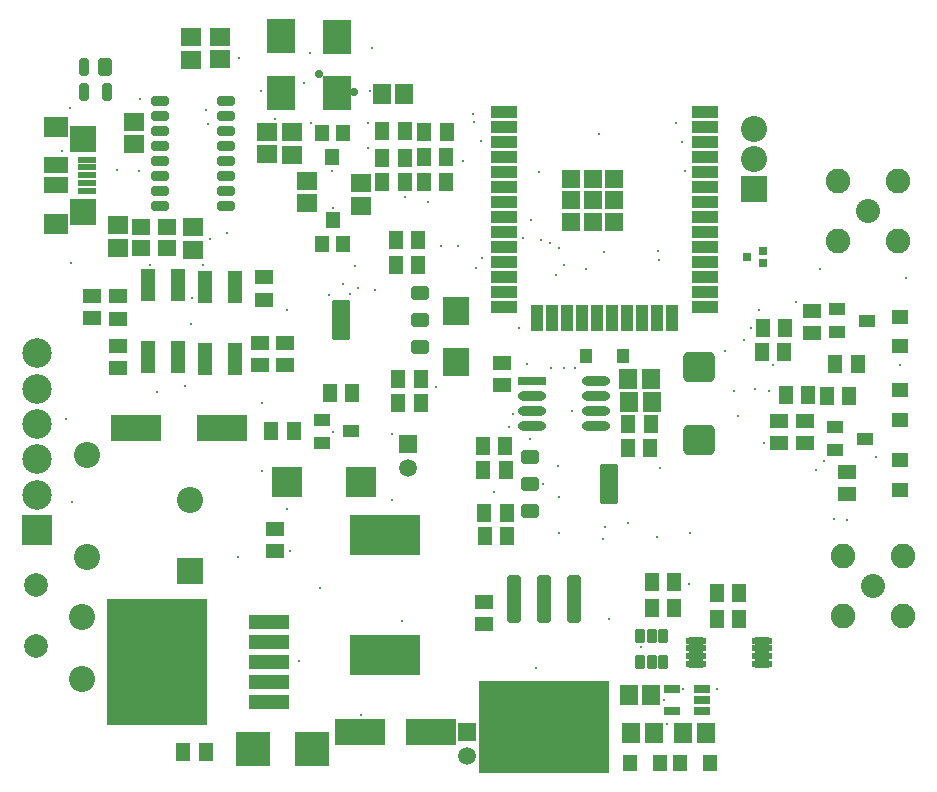
<source format=gts>
%FSTAX23Y23*%
%MOIN*%
%SFA1B1*%

%IPPOS*%
%AMD118*
4,1,8,0.022700,0.016200,-0.022700,0.016200,-0.029800,0.009200,-0.029800,-0.009200,-0.022700,-0.016200,0.022700,-0.016200,0.029800,-0.009200,0.029800,0.009200,0.022700,0.016200,0.0*
1,1,0.014100,0.022700,0.009200*
1,1,0.014100,-0.022700,0.009200*
1,1,0.014100,-0.022700,-0.009200*
1,1,0.014100,0.022700,-0.009200*
%
%AMD122*
4,1,8,0.023500,-0.069700,0.023500,0.069700,0.014600,0.078600,-0.014600,0.078600,-0.023500,0.069700,-0.023500,-0.069700,-0.014600,-0.078600,0.014600,-0.078600,0.023500,-0.069700,0.0*
1,1,0.017740,0.014600,-0.069700*
1,1,0.017740,0.014600,0.069700*
1,1,0.017740,-0.014600,0.069700*
1,1,0.017740,-0.014600,-0.069700*
%
%AMD137*
4,1,8,-0.016800,0.014500,-0.016800,-0.014500,-0.006400,-0.024900,0.006400,-0.024900,0.016800,-0.014500,0.016800,0.014500,0.006400,0.024900,-0.006400,0.024900,-0.016800,0.014500,0.0*
1,1,0.020800,-0.006400,0.014500*
1,1,0.020800,-0.006400,-0.014500*
1,1,0.020800,0.006400,-0.014500*
1,1,0.020800,0.006400,0.014500*
%
%AMD139*
4,1,8,-0.029800,0.015600,-0.029800,-0.015600,-0.023000,-0.022300,0.023000,-0.022300,0.029800,-0.015600,0.029800,0.015600,0.023000,0.022300,-0.023000,0.022300,-0.029800,0.015600,0.0*
1,1,0.013500,-0.023000,0.015600*
1,1,0.013500,-0.023000,-0.015600*
1,1,0.013500,0.023000,-0.015600*
1,1,0.013500,0.023000,0.015600*
%
%AMD140*
4,1,8,-0.029800,0.059900,-0.029800,-0.059900,-0.021900,-0.067800,0.021900,-0.067800,0.029800,-0.059900,0.029800,0.059900,0.021900,0.067800,-0.021900,0.067800,-0.029800,0.059900,0.0*
1,1,0.015740,-0.021900,0.059900*
1,1,0.015740,-0.021900,-0.059900*
1,1,0.015740,0.021900,-0.059900*
1,1,0.015740,0.021900,0.059900*
%
%AMD141*
4,1,8,0.051800,-0.035000,0.051800,0.035000,0.036200,0.050700,-0.036200,0.050700,-0.051800,0.035000,-0.051800,-0.035000,-0.036200,-0.050700,0.036200,-0.050700,0.051800,-0.035000,0.0*
1,1,0.031320,0.036200,-0.035000*
1,1,0.031320,0.036200,0.035000*
1,1,0.031320,-0.036200,0.035000*
1,1,0.031320,-0.036200,-0.035000*
%
%AMD145*
4,1,8,-0.009900,-0.029600,0.009900,-0.029600,0.015600,-0.023800,0.015600,0.023800,0.009900,0.029600,-0.009900,0.029600,-0.015600,0.023800,-0.015600,-0.023800,-0.009900,-0.029600,0.0*
1,1,0.011480,-0.009900,-0.023800*
1,1,0.011480,0.009900,-0.023800*
1,1,0.011480,0.009900,0.023800*
1,1,0.011480,-0.009900,0.023800*
%
%AMD146*
4,1,8,-0.016600,-0.029600,0.016600,-0.029600,0.023500,-0.022700,0.023500,0.022700,0.016600,0.029600,-0.016600,0.029600,-0.023500,0.022700,-0.023500,-0.022700,-0.016600,-0.029600,0.0*
1,1,0.013840,-0.016600,-0.022700*
1,1,0.013840,0.016600,-0.022700*
1,1,0.013840,0.016600,0.022700*
1,1,0.013840,-0.016600,0.022700*
%
%ADD54C,0.082000*%
%ADD55C,0.080000*%
%ADD112R,0.031620X0.027680*%
%ADD113R,0.082800X0.055240*%
%ADD114R,0.061150X0.023750*%
%ADD115R,0.082800X0.070990*%
%ADD116R,0.086740X0.090680*%
%ADD117R,0.063120X0.055240*%
G04~CAMADD=118~8~0.0~0.0~595.8~324.1~70.5~0.0~15~0.0~0.0~0.0~0.0~0~0.0~0.0~0.0~0.0~0~0.0~0.0~0.0~0.0~595.8~324.1*
%ADD118D118*%
%ADD119R,0.059180X0.067060*%
%ADD120R,0.058000X0.030000*%
%ADD121R,0.434770X0.308000*%
G04~CAMADD=122~8~0.0~0.0~1572.1~469.8~88.7~0.0~15~0.0~0.0~0.0~0.0~0~0.0~0.0~0.0~0.0~0~0.0~0.0~0.0~270.0~470.0~1572.0*
%ADD122D122*%
%ADD123R,0.118240X0.115990*%
%ADD124R,0.067060X0.059180*%
%ADD125R,0.048000X0.053000*%
%ADD126R,0.063120X0.047370*%
%ADD127R,0.047370X0.063120*%
%ADD128R,0.055240X0.039500*%
%ADD129R,0.047370X0.106420*%
%ADD130R,0.051310X0.063120*%
%ADD131R,0.063120X0.051310*%
%ADD132R,0.104460X0.104460*%
%ADD133R,0.165480X0.086740*%
%ADD134O,0.094610X0.031620*%
%ADD135R,0.094610X0.031620*%
%ADD136R,0.233000X0.133000*%
G04~CAMADD=137~8~0.0~0.0~497.3~335.9~104.0~0.0~15~0.0~0.0~0.0~0.0~0~0.0~0.0~0.0~0.0~0~0.0~0.0~0.0~90.0~337.0~498.0*
%ADD137D137*%
%ADD138O,0.070990X0.024540*%
G04~CAMADD=139~8~0.0~0.0~446.1~595.8~67.5~0.0~15~0.0~0.0~0.0~0.0~0~0.0~0.0~0.0~0.0~0~0.0~0.0~0.0~90.0~596.0~446.0*
%ADD139D139*%
G04~CAMADD=140~8~0.0~0.0~1355.6~595.8~78.7~0.0~15~0.0~0.0~0.0~0.0~0~0.0~0.0~0.0~0.0~0~0.0~0.0~0.0~90.0~596.0~1356.0*
%ADD140D140*%
G04~CAMADD=141~8~0.0~0.0~1013.1~1036.7~156.6~0.0~15~0.0~0.0~0.0~0.0~0~0.0~0.0~0.0~0.0~0~0.0~0.0~0.0~270.0~1038.0~1014.0*
%ADD141D141*%
%ADD142R,0.043430X0.045400*%
%ADD143R,0.051310X0.057210*%
%ADD144R,0.091470X0.097760*%
G04~CAMADD=145~8~0.0~0.0~312.3~591.8~57.4~0.0~15~0.0~0.0~0.0~0.0~0~0.0~0.0~0.0~0.0~0~0.0~0.0~0.0~180.0~312.0~592.0*
%ADD145D145*%
G04~CAMADD=146~8~0.0~0.0~469.8~591.8~69.2~0.0~15~0.0~0.0~0.0~0.0~0~0.0~0.0~0.0~0.0~0~0.0~0.0~0.0~180.0~470.0~592.0*
%ADD146D146*%
%ADD147R,0.094610X0.118240*%
%ADD148R,0.334770X0.419420*%
%ADD149R,0.133980X0.049340*%
%ADD150R,0.060360X0.060360*%
%ADD151R,0.086740X0.043430*%
%ADD152R,0.043430X0.086740*%
%ADD153R,0.057210X0.051310*%
%ADD154C,0.086740*%
%ADD155R,0.086740X0.086740*%
%ADD156C,0.059180*%
%ADD157R,0.059180X0.059180*%
%ADD158C,0.078870*%
%ADD159C,0.098550*%
%ADD160R,0.098550X0.098550*%
%ADD161R,0.086740X0.086740*%
%ADD162C,0.011810*%
%ADD163C,0.027680*%
%LNtcs-1900-1*%
%LPD*%
G54D54*
X03866Y02411D03*
X03666D03*
Y02611D03*
X03866D03*
X03851Y03662D03*
X03651D03*
Y03862D03*
X03851D03*
G54D55*
X03766Y02511D03*
X03751Y03762D03*
G54D112*
X03399Y03588D03*
Y03627D03*
X03348Y03608D03*
G54D113*
X01043Y03847D03*
Y03914D03*
G54D114*
X01148Y03932D03*
Y03906D03*
Y0388D03*
Y03855D03*
Y03829D03*
G54D115*
X01043Y03719D03*
Y04042D03*
G54D116*
X01135Y03758D03*
Y04002D03*
G54D117*
X01327Y03706D03*
X01414D03*
Y03639D03*
X01327D03*
G54D118*
X01392Y04077D03*
X01609Y03977D03*
X01392Y04127D03*
Y04027D03*
Y03977D03*
X01609Y04027D03*
Y03927D03*
Y03877D03*
X01392D03*
X01609Y03777D03*
X01392Y03927D03*
Y03827D03*
X01609D03*
X01392Y03777D03*
X01609Y04077D03*
Y04127D03*
G54D119*
X02953Y02148D03*
X03028D03*
X0321Y02021D03*
X03135D03*
X02961D03*
X03036D03*
X02952Y032D03*
X03027D03*
X02954Y03125D03*
X03029D03*
X0213Y04152D03*
X02205D03*
G54D120*
X03198Y02093D03*
Y0213D03*
Y02167D03*
X03096D03*
Y02093D03*
G54D121*
X02672Y02041D03*
G54D122*
X02572Y02469D03*
X02672D03*
X02772D03*
G54D123*
X01896Y01967D03*
X017D03*
G54D124*
X02062Y03778D03*
Y03853D03*
X01882Y03862D03*
Y03787D03*
X01305Y04058D03*
Y03983D03*
X01829Y04024D03*
Y03949D03*
X01746Y04025D03*
Y0395D03*
X0125Y03639D03*
Y03714D03*
X01499Y03706D03*
Y03631D03*
X01592Y04267D03*
Y04342D03*
X01495Y04265D03*
Y0434D03*
G54D125*
X01965Y0394D03*
X0193Y0402D03*
X02D03*
X01966Y0373D03*
X02001Y0365D03*
X01931D03*
G54D126*
X0125Y03477D03*
Y03402D03*
X03455Y03061D03*
Y02986D03*
X03542Y03061D03*
Y02986D03*
X03563Y03428D03*
Y03353D03*
X0125Y03236D03*
Y03311D03*
X01723Y03321D03*
Y03247D03*
X01736Y0354D03*
Y03465D03*
X02532Y03254D03*
Y0318D03*
G54D127*
X03476Y03147D03*
X03551D03*
X03687Y03145D03*
X03613D03*
X03641Y0325D03*
X03716D03*
X01957Y03154D03*
X02032D03*
X01837Y03027D03*
X01762D03*
X03029Y02437D03*
X03104D03*
X0332Y02401D03*
X03246D03*
X03397Y03292D03*
X03472D03*
X03474Y03372D03*
X03399D03*
G54D128*
X03739Y03002D03*
X03641Y0304D03*
Y02965D03*
X03747Y03395D03*
X03648Y03433D03*
Y03358D03*
X02028Y03027D03*
X0193Y03064D03*
Y02989D03*
G54D129*
X01541Y03269D03*
Y03509D03*
X01641Y03269D03*
Y03509D03*
X0135Y03273D03*
Y03513D03*
X0145Y03273D03*
Y03513D03*
G54D130*
X02207Y04026D03*
X02132D03*
X02206Y03856D03*
X02131D03*
X02206Y03938D03*
X02131D03*
X02269Y0394D03*
X02344D03*
X02269Y03858D03*
X02344D03*
X02272Y04024D03*
X02347D03*
X01468Y01956D03*
X01543D03*
X03026Y03051D03*
X02951D03*
X0295Y0297D03*
X03025D03*
X03105Y02525D03*
X0303D03*
X03246Y02488D03*
X0332D03*
X02176Y03663D03*
X0225D03*
Y03582D03*
X02176D03*
X02259Y03202D03*
X02185D03*
Y03122D03*
X02259D03*
X02542Y02977D03*
X02467D03*
X02468Y02896D03*
X02543D03*
X02548Y02676D03*
X02473D03*
X02472Y02755D03*
X02547D03*
G54D131*
X01165Y03404D03*
Y03479D03*
X01807Y03248D03*
Y03322D03*
X03679Y02891D03*
Y02816D03*
X01775Y02626D03*
Y02701D03*
X02471Y02384D03*
Y02459D03*
G54D132*
X01815Y02857D03*
X0206D03*
G54D133*
X01312Y03037D03*
X01596D03*
X02293Y02024D03*
X02057D03*
G54D134*
X02844Y03045D03*
Y03095D03*
Y03145D03*
Y03195D03*
X02631Y03045D03*
Y03095D03*
Y03145D03*
G54D135*
X02631Y03195D03*
G54D136*
X02141Y02281D03*
Y02681D03*
G54D137*
X03029Y02256D03*
X02992D03*
X03066D03*
Y02343D03*
X02992D03*
X03029D03*
G54D138*
X03396Y02252D03*
Y02278D03*
Y02304D03*
Y02329D03*
X03176Y02252D03*
Y02278D03*
Y02304D03*
Y02329D03*
G54D139*
X02257Y03307D03*
Y03397D03*
Y03487D03*
X02623Y02941D03*
Y02851D03*
Y02761D03*
G54D140*
X01994Y03397D03*
X02886Y02851D03*
G54D141*
X03187Y03242D03*
Y02997D03*
G54D142*
X02934Y03279D03*
X0281D03*
G54D143*
X02958Y01921D03*
X03057D03*
X03224Y0192D03*
X03125D03*
G54D144*
X02377Y03258D03*
Y03428D03*
G54D145*
X01213Y04159D03*
X01138D03*
Y0424D03*
G54D146*
X01206Y0424D03*
G54D147*
X01795Y04344D03*
Y04155D03*
X01981Y04342D03*
Y04153D03*
G54D148*
X01381Y02258D03*
G54D149*
X01753Y02392D03*
Y02325D03*
Y02258D03*
Y02191D03*
Y02125D03*
G54D150*
X02905Y03725D03*
X02833D03*
X02761D03*
X02905Y03797D03*
X02833D03*
X02761D03*
X02905Y03869D03*
X02833D03*
X02761D03*
G54D151*
X03207Y04092D03*
Y04042D03*
Y03992D03*
Y03942D03*
Y03892D03*
Y03842D03*
Y03792D03*
Y03742D03*
Y03692D03*
Y03642D03*
Y03592D03*
Y03542D03*
Y03492D03*
Y03442D03*
X02538D03*
Y03492D03*
Y03542D03*
Y03592D03*
Y03642D03*
Y03692D03*
Y03742D03*
Y03792D03*
Y03842D03*
Y03892D03*
Y03942D03*
Y03992D03*
Y04042D03*
Y04092D03*
G54D152*
X03098Y03403D03*
X03048D03*
X02998D03*
X02948D03*
X02898D03*
X02848D03*
X02798D03*
X02748D03*
X02698D03*
X02648D03*
G54D153*
X03858Y0331D03*
Y03408D03*
Y02831D03*
Y0293D03*
Y03163D03*
Y03064D03*
G54D154*
X01489Y02798D03*
X01146Y02609D03*
Y02947D03*
X03369Y04034D03*
Y03934D03*
X0113Y02201D03*
Y02406D03*
G54D155*
X01489Y02562D03*
G54D156*
X02216Y02905D03*
X02414Y01944D03*
G54D157*
X02216Y02984D03*
X02414Y02023D03*
G54D158*
X00978Y02311D03*
Y02515D03*
G54D159*
X00981Y03169D03*
Y03051D03*
Y02933D03*
Y02815D03*
Y03287D03*
G54D160*
X00981Y02696D03*
G54D161*
X03369Y03834D03*
G54D162*
X02855Y04016D03*
X02435Y04085D03*
X02436Y04058D03*
X01871Y04188D03*
X02096Y04303D03*
X01892Y04288D03*
X01549Y0405D03*
X01545Y04097D03*
X01654Y0427D03*
X01323Y04134D03*
X01356Y03582D03*
X01615Y03689D03*
X01319Y03894D03*
X01248Y03896D03*
X01092Y04104D03*
X03316Y03079D03*
X02873Y02707D03*
X02717Y02911D03*
X02052Y03505D03*
X02106Y03497D03*
X0204Y03578D03*
X03305Y03162D03*
X03435Y03249D03*
X03878Y03536D03*
X02401Y03926D03*
X02613Y03251D03*
X02693Y03238D03*
X02312Y03174D03*
X03591Y03569D03*
X02567Y03083D03*
X02326Y03644D03*
X02667Y02851D03*
X0165Y02607D03*
X01556Y03667D03*
X01379Y03156D03*
X01474Y03178D03*
X01823Y02627D03*
X01814Y02769D03*
X02206Y03809D03*
X03157Y02686D03*
X01853Y02262D03*
X01496Y03471D03*
X03403Y02986D03*
X01494Y03383D03*
X03047Y02675D03*
X03777Y0294D03*
X02765Y03095D03*
X01731Y02895D03*
X01954Y03481D03*
X01925Y02503D03*
X03388Y0343D03*
X03135Y02168D03*
X03248Y02167D03*
X0173Y0312D03*
X03155Y02519D03*
X02868Y02668D03*
X02624Y03001D03*
X02645Y02237D03*
X02887Y024D03*
X02722Y02687D03*
X02163Y03017D03*
X02503Y02823D03*
X03081Y02052D03*
X02993Y02309D03*
X01967Y03025D03*
X02721Y02806D03*
X02163Y02797D03*
X03509Y03458D03*
X02775Y03238D03*
X02738D03*
X03375Y03167D03*
X03422Y0316D03*
X03603Y02928D03*
X03577Y02897D03*
X03362Y03371D03*
X03056Y02905D03*
X03681Y0273D03*
X03636Y02734D03*
X01893Y04053D03*
X01727Y04162D03*
X02809Y03567D03*
X03055Y03598D03*
X03049Y03629D03*
X0272Y03639D03*
X03111Y04053D03*
X03141Y03893D03*
X02465Y03604D03*
X02Y03519D03*
X02602Y03671D03*
X02692Y03653D03*
X02459Y03994D03*
X02872Y03624D03*
X02383Y03644D03*
X02588Y03372D03*
X02711Y03547D03*
X02553Y03041D03*
X03129Y0399D03*
X0266Y03665D03*
X02738Y03582D03*
X02626Y03731D03*
X02653Y0389D03*
X02089Y0416D03*
X0295Y02721D03*
X03274Y03295D03*
X03338Y03331D03*
X01533Y0358D03*
X01964Y03894D03*
X01093Y03588D03*
X02443Y03571D03*
X01774Y04069D03*
X01815Y0343D03*
X01966Y03772D03*
X02284Y03791D03*
X02025Y03483D03*
X03072Y0213D03*
X02197Y02393D03*
X01097Y02791D03*
X01077Y03068D03*
X03856Y03249D03*
X02084Y0397D03*
X02083Y04054D03*
X02059Y02082D03*
X01063Y0396D03*
G54D163*
X01922Y04218D03*
X02036Y04156D03*
M02*
</source>
